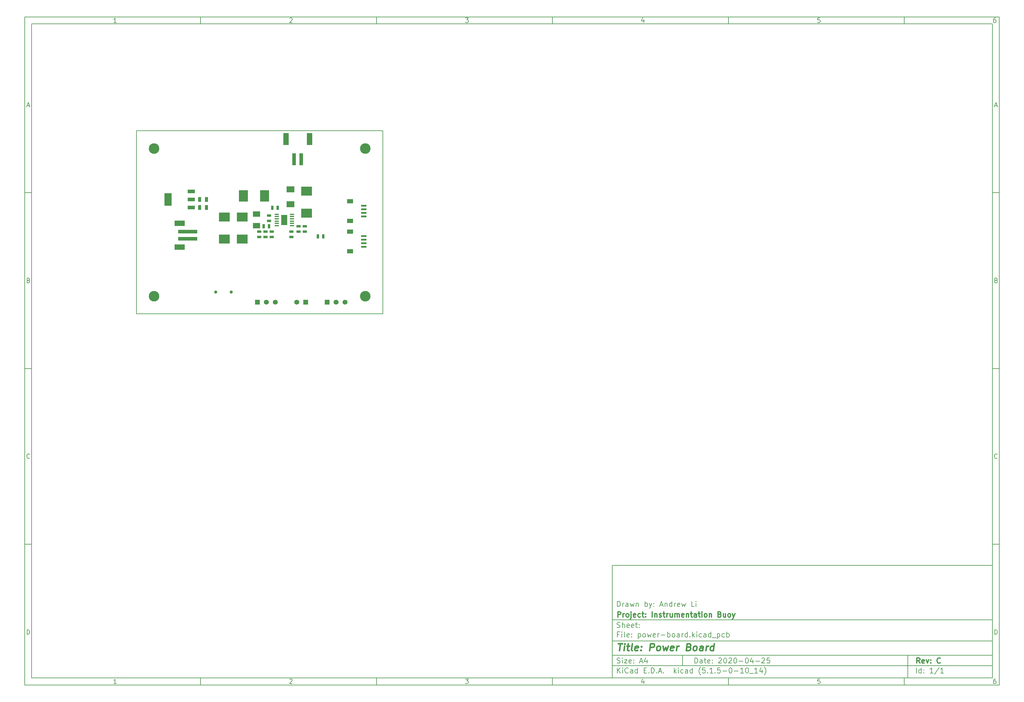
<source format=gbs>
G04 #@! TF.GenerationSoftware,KiCad,Pcbnew,(5.1.5-0-10_14)*
G04 #@! TF.CreationDate,2020-05-25T14:00:47+12:00*
G04 #@! TF.ProjectId,power-board,706f7765-722d-4626-9f61-72642e6b6963,C*
G04 #@! TF.SameCoordinates,Original*
G04 #@! TF.FileFunction,Soldermask,Bot*
G04 #@! TF.FilePolarity,Negative*
%FSLAX46Y46*%
G04 Gerber Fmt 4.6, Leading zero omitted, Abs format (unit mm)*
G04 Created by KiCad (PCBNEW (5.1.5-0-10_14)) date 2020-05-25 14:00:47*
%MOMM*%
%LPD*%
G04 APERTURE LIST*
%ADD10C,0.100000*%
%ADD11C,0.150000*%
%ADD12C,0.300000*%
%ADD13C,0.400000*%
%ADD14C,0.200000*%
%ADD15C,3.000000*%
%ADD16R,1.500000X3.400000*%
%ADD17R,1.000000X3.500000*%
%ADD18C,0.899160*%
%ADD19R,2.500000X3.250000*%
%ADD20C,1.397000*%
%ADD21R,1.397000X1.397000*%
%ADD22R,3.000000X1.600000*%
%ADD23R,5.500000X1.000000*%
%ADD24R,2.032000X1.016000*%
%ADD25R,2.032000X3.657600*%
%ADD26R,2.199640X1.800000*%
%ADD27R,1.651000X2.845000*%
%ADD28R,1.270000X0.381000*%
%ADD29R,1.800000X1.200000*%
%ADD30R,1.500000X0.600000*%
%ADD31R,2.032000X1.524000*%
%ADD32R,0.889000X1.397000*%
%ADD33R,1.143000X0.635000*%
%ADD34R,0.635000X1.143000*%
%ADD35R,3.100000X2.600000*%
G04 APERTURE END LIST*
D10*
D11*
X177002200Y-166007200D02*
X177002200Y-198007200D01*
X285002200Y-198007200D01*
X285002200Y-166007200D01*
X177002200Y-166007200D01*
D10*
D11*
X10000000Y-10000000D02*
X10000000Y-200007200D01*
X287002200Y-200007200D01*
X287002200Y-10000000D01*
X10000000Y-10000000D01*
D10*
D11*
X12000000Y-12000000D02*
X12000000Y-198007200D01*
X285002200Y-198007200D01*
X285002200Y-12000000D01*
X12000000Y-12000000D01*
D10*
D11*
X60000000Y-12000000D02*
X60000000Y-10000000D01*
D10*
D11*
X110000000Y-12000000D02*
X110000000Y-10000000D01*
D10*
D11*
X160000000Y-12000000D02*
X160000000Y-10000000D01*
D10*
D11*
X210000000Y-12000000D02*
X210000000Y-10000000D01*
D10*
D11*
X260000000Y-12000000D02*
X260000000Y-10000000D01*
D10*
D11*
X36065476Y-11588095D02*
X35322619Y-11588095D01*
X35694047Y-11588095D02*
X35694047Y-10288095D01*
X35570238Y-10473809D01*
X35446428Y-10597619D01*
X35322619Y-10659523D01*
D10*
D11*
X85322619Y-10411904D02*
X85384523Y-10350000D01*
X85508333Y-10288095D01*
X85817857Y-10288095D01*
X85941666Y-10350000D01*
X86003571Y-10411904D01*
X86065476Y-10535714D01*
X86065476Y-10659523D01*
X86003571Y-10845238D01*
X85260714Y-11588095D01*
X86065476Y-11588095D01*
D10*
D11*
X135260714Y-10288095D02*
X136065476Y-10288095D01*
X135632142Y-10783333D01*
X135817857Y-10783333D01*
X135941666Y-10845238D01*
X136003571Y-10907142D01*
X136065476Y-11030952D01*
X136065476Y-11340476D01*
X136003571Y-11464285D01*
X135941666Y-11526190D01*
X135817857Y-11588095D01*
X135446428Y-11588095D01*
X135322619Y-11526190D01*
X135260714Y-11464285D01*
D10*
D11*
X185941666Y-10721428D02*
X185941666Y-11588095D01*
X185632142Y-10226190D02*
X185322619Y-11154761D01*
X186127380Y-11154761D01*
D10*
D11*
X236003571Y-10288095D02*
X235384523Y-10288095D01*
X235322619Y-10907142D01*
X235384523Y-10845238D01*
X235508333Y-10783333D01*
X235817857Y-10783333D01*
X235941666Y-10845238D01*
X236003571Y-10907142D01*
X236065476Y-11030952D01*
X236065476Y-11340476D01*
X236003571Y-11464285D01*
X235941666Y-11526190D01*
X235817857Y-11588095D01*
X235508333Y-11588095D01*
X235384523Y-11526190D01*
X235322619Y-11464285D01*
D10*
D11*
X285941666Y-10288095D02*
X285694047Y-10288095D01*
X285570238Y-10350000D01*
X285508333Y-10411904D01*
X285384523Y-10597619D01*
X285322619Y-10845238D01*
X285322619Y-11340476D01*
X285384523Y-11464285D01*
X285446428Y-11526190D01*
X285570238Y-11588095D01*
X285817857Y-11588095D01*
X285941666Y-11526190D01*
X286003571Y-11464285D01*
X286065476Y-11340476D01*
X286065476Y-11030952D01*
X286003571Y-10907142D01*
X285941666Y-10845238D01*
X285817857Y-10783333D01*
X285570238Y-10783333D01*
X285446428Y-10845238D01*
X285384523Y-10907142D01*
X285322619Y-11030952D01*
D10*
D11*
X60000000Y-198007200D02*
X60000000Y-200007200D01*
D10*
D11*
X110000000Y-198007200D02*
X110000000Y-200007200D01*
D10*
D11*
X160000000Y-198007200D02*
X160000000Y-200007200D01*
D10*
D11*
X210000000Y-198007200D02*
X210000000Y-200007200D01*
D10*
D11*
X260000000Y-198007200D02*
X260000000Y-200007200D01*
D10*
D11*
X36065476Y-199595295D02*
X35322619Y-199595295D01*
X35694047Y-199595295D02*
X35694047Y-198295295D01*
X35570238Y-198481009D01*
X35446428Y-198604819D01*
X35322619Y-198666723D01*
D10*
D11*
X85322619Y-198419104D02*
X85384523Y-198357200D01*
X85508333Y-198295295D01*
X85817857Y-198295295D01*
X85941666Y-198357200D01*
X86003571Y-198419104D01*
X86065476Y-198542914D01*
X86065476Y-198666723D01*
X86003571Y-198852438D01*
X85260714Y-199595295D01*
X86065476Y-199595295D01*
D10*
D11*
X135260714Y-198295295D02*
X136065476Y-198295295D01*
X135632142Y-198790533D01*
X135817857Y-198790533D01*
X135941666Y-198852438D01*
X136003571Y-198914342D01*
X136065476Y-199038152D01*
X136065476Y-199347676D01*
X136003571Y-199471485D01*
X135941666Y-199533390D01*
X135817857Y-199595295D01*
X135446428Y-199595295D01*
X135322619Y-199533390D01*
X135260714Y-199471485D01*
D10*
D11*
X185941666Y-198728628D02*
X185941666Y-199595295D01*
X185632142Y-198233390D02*
X185322619Y-199161961D01*
X186127380Y-199161961D01*
D10*
D11*
X236003571Y-198295295D02*
X235384523Y-198295295D01*
X235322619Y-198914342D01*
X235384523Y-198852438D01*
X235508333Y-198790533D01*
X235817857Y-198790533D01*
X235941666Y-198852438D01*
X236003571Y-198914342D01*
X236065476Y-199038152D01*
X236065476Y-199347676D01*
X236003571Y-199471485D01*
X235941666Y-199533390D01*
X235817857Y-199595295D01*
X235508333Y-199595295D01*
X235384523Y-199533390D01*
X235322619Y-199471485D01*
D10*
D11*
X285941666Y-198295295D02*
X285694047Y-198295295D01*
X285570238Y-198357200D01*
X285508333Y-198419104D01*
X285384523Y-198604819D01*
X285322619Y-198852438D01*
X285322619Y-199347676D01*
X285384523Y-199471485D01*
X285446428Y-199533390D01*
X285570238Y-199595295D01*
X285817857Y-199595295D01*
X285941666Y-199533390D01*
X286003571Y-199471485D01*
X286065476Y-199347676D01*
X286065476Y-199038152D01*
X286003571Y-198914342D01*
X285941666Y-198852438D01*
X285817857Y-198790533D01*
X285570238Y-198790533D01*
X285446428Y-198852438D01*
X285384523Y-198914342D01*
X285322619Y-199038152D01*
D10*
D11*
X10000000Y-60000000D02*
X12000000Y-60000000D01*
D10*
D11*
X10000000Y-110000000D02*
X12000000Y-110000000D01*
D10*
D11*
X10000000Y-160000000D02*
X12000000Y-160000000D01*
D10*
D11*
X10690476Y-35216666D02*
X11309523Y-35216666D01*
X10566666Y-35588095D02*
X11000000Y-34288095D01*
X11433333Y-35588095D01*
D10*
D11*
X11092857Y-84907142D02*
X11278571Y-84969047D01*
X11340476Y-85030952D01*
X11402380Y-85154761D01*
X11402380Y-85340476D01*
X11340476Y-85464285D01*
X11278571Y-85526190D01*
X11154761Y-85588095D01*
X10659523Y-85588095D01*
X10659523Y-84288095D01*
X11092857Y-84288095D01*
X11216666Y-84350000D01*
X11278571Y-84411904D01*
X11340476Y-84535714D01*
X11340476Y-84659523D01*
X11278571Y-84783333D01*
X11216666Y-84845238D01*
X11092857Y-84907142D01*
X10659523Y-84907142D01*
D10*
D11*
X11402380Y-135464285D02*
X11340476Y-135526190D01*
X11154761Y-135588095D01*
X11030952Y-135588095D01*
X10845238Y-135526190D01*
X10721428Y-135402380D01*
X10659523Y-135278571D01*
X10597619Y-135030952D01*
X10597619Y-134845238D01*
X10659523Y-134597619D01*
X10721428Y-134473809D01*
X10845238Y-134350000D01*
X11030952Y-134288095D01*
X11154761Y-134288095D01*
X11340476Y-134350000D01*
X11402380Y-134411904D01*
D10*
D11*
X10659523Y-185588095D02*
X10659523Y-184288095D01*
X10969047Y-184288095D01*
X11154761Y-184350000D01*
X11278571Y-184473809D01*
X11340476Y-184597619D01*
X11402380Y-184845238D01*
X11402380Y-185030952D01*
X11340476Y-185278571D01*
X11278571Y-185402380D01*
X11154761Y-185526190D01*
X10969047Y-185588095D01*
X10659523Y-185588095D01*
D10*
D11*
X287002200Y-60000000D02*
X285002200Y-60000000D01*
D10*
D11*
X287002200Y-110000000D02*
X285002200Y-110000000D01*
D10*
D11*
X287002200Y-160000000D02*
X285002200Y-160000000D01*
D10*
D11*
X285692676Y-35216666D02*
X286311723Y-35216666D01*
X285568866Y-35588095D02*
X286002200Y-34288095D01*
X286435533Y-35588095D01*
D10*
D11*
X286095057Y-84907142D02*
X286280771Y-84969047D01*
X286342676Y-85030952D01*
X286404580Y-85154761D01*
X286404580Y-85340476D01*
X286342676Y-85464285D01*
X286280771Y-85526190D01*
X286156961Y-85588095D01*
X285661723Y-85588095D01*
X285661723Y-84288095D01*
X286095057Y-84288095D01*
X286218866Y-84350000D01*
X286280771Y-84411904D01*
X286342676Y-84535714D01*
X286342676Y-84659523D01*
X286280771Y-84783333D01*
X286218866Y-84845238D01*
X286095057Y-84907142D01*
X285661723Y-84907142D01*
D10*
D11*
X286404580Y-135464285D02*
X286342676Y-135526190D01*
X286156961Y-135588095D01*
X286033152Y-135588095D01*
X285847438Y-135526190D01*
X285723628Y-135402380D01*
X285661723Y-135278571D01*
X285599819Y-135030952D01*
X285599819Y-134845238D01*
X285661723Y-134597619D01*
X285723628Y-134473809D01*
X285847438Y-134350000D01*
X286033152Y-134288095D01*
X286156961Y-134288095D01*
X286342676Y-134350000D01*
X286404580Y-134411904D01*
D10*
D11*
X285661723Y-185588095D02*
X285661723Y-184288095D01*
X285971247Y-184288095D01*
X286156961Y-184350000D01*
X286280771Y-184473809D01*
X286342676Y-184597619D01*
X286404580Y-184845238D01*
X286404580Y-185030952D01*
X286342676Y-185278571D01*
X286280771Y-185402380D01*
X286156961Y-185526190D01*
X285971247Y-185588095D01*
X285661723Y-185588095D01*
D10*
D11*
X200434342Y-193785771D02*
X200434342Y-192285771D01*
X200791485Y-192285771D01*
X201005771Y-192357200D01*
X201148628Y-192500057D01*
X201220057Y-192642914D01*
X201291485Y-192928628D01*
X201291485Y-193142914D01*
X201220057Y-193428628D01*
X201148628Y-193571485D01*
X201005771Y-193714342D01*
X200791485Y-193785771D01*
X200434342Y-193785771D01*
X202577200Y-193785771D02*
X202577200Y-193000057D01*
X202505771Y-192857200D01*
X202362914Y-192785771D01*
X202077200Y-192785771D01*
X201934342Y-192857200D01*
X202577200Y-193714342D02*
X202434342Y-193785771D01*
X202077200Y-193785771D01*
X201934342Y-193714342D01*
X201862914Y-193571485D01*
X201862914Y-193428628D01*
X201934342Y-193285771D01*
X202077200Y-193214342D01*
X202434342Y-193214342D01*
X202577200Y-193142914D01*
X203077200Y-192785771D02*
X203648628Y-192785771D01*
X203291485Y-192285771D02*
X203291485Y-193571485D01*
X203362914Y-193714342D01*
X203505771Y-193785771D01*
X203648628Y-193785771D01*
X204720057Y-193714342D02*
X204577200Y-193785771D01*
X204291485Y-193785771D01*
X204148628Y-193714342D01*
X204077200Y-193571485D01*
X204077200Y-193000057D01*
X204148628Y-192857200D01*
X204291485Y-192785771D01*
X204577200Y-192785771D01*
X204720057Y-192857200D01*
X204791485Y-193000057D01*
X204791485Y-193142914D01*
X204077200Y-193285771D01*
X205434342Y-193642914D02*
X205505771Y-193714342D01*
X205434342Y-193785771D01*
X205362914Y-193714342D01*
X205434342Y-193642914D01*
X205434342Y-193785771D01*
X205434342Y-192857200D02*
X205505771Y-192928628D01*
X205434342Y-193000057D01*
X205362914Y-192928628D01*
X205434342Y-192857200D01*
X205434342Y-193000057D01*
X207220057Y-192428628D02*
X207291485Y-192357200D01*
X207434342Y-192285771D01*
X207791485Y-192285771D01*
X207934342Y-192357200D01*
X208005771Y-192428628D01*
X208077200Y-192571485D01*
X208077200Y-192714342D01*
X208005771Y-192928628D01*
X207148628Y-193785771D01*
X208077200Y-193785771D01*
X209005771Y-192285771D02*
X209148628Y-192285771D01*
X209291485Y-192357200D01*
X209362914Y-192428628D01*
X209434342Y-192571485D01*
X209505771Y-192857200D01*
X209505771Y-193214342D01*
X209434342Y-193500057D01*
X209362914Y-193642914D01*
X209291485Y-193714342D01*
X209148628Y-193785771D01*
X209005771Y-193785771D01*
X208862914Y-193714342D01*
X208791485Y-193642914D01*
X208720057Y-193500057D01*
X208648628Y-193214342D01*
X208648628Y-192857200D01*
X208720057Y-192571485D01*
X208791485Y-192428628D01*
X208862914Y-192357200D01*
X209005771Y-192285771D01*
X210077200Y-192428628D02*
X210148628Y-192357200D01*
X210291485Y-192285771D01*
X210648628Y-192285771D01*
X210791485Y-192357200D01*
X210862914Y-192428628D01*
X210934342Y-192571485D01*
X210934342Y-192714342D01*
X210862914Y-192928628D01*
X210005771Y-193785771D01*
X210934342Y-193785771D01*
X211862914Y-192285771D02*
X212005771Y-192285771D01*
X212148628Y-192357200D01*
X212220057Y-192428628D01*
X212291485Y-192571485D01*
X212362914Y-192857200D01*
X212362914Y-193214342D01*
X212291485Y-193500057D01*
X212220057Y-193642914D01*
X212148628Y-193714342D01*
X212005771Y-193785771D01*
X211862914Y-193785771D01*
X211720057Y-193714342D01*
X211648628Y-193642914D01*
X211577200Y-193500057D01*
X211505771Y-193214342D01*
X211505771Y-192857200D01*
X211577200Y-192571485D01*
X211648628Y-192428628D01*
X211720057Y-192357200D01*
X211862914Y-192285771D01*
X213005771Y-193214342D02*
X214148628Y-193214342D01*
X215148628Y-192285771D02*
X215291485Y-192285771D01*
X215434342Y-192357200D01*
X215505771Y-192428628D01*
X215577200Y-192571485D01*
X215648628Y-192857200D01*
X215648628Y-193214342D01*
X215577200Y-193500057D01*
X215505771Y-193642914D01*
X215434342Y-193714342D01*
X215291485Y-193785771D01*
X215148628Y-193785771D01*
X215005771Y-193714342D01*
X214934342Y-193642914D01*
X214862914Y-193500057D01*
X214791485Y-193214342D01*
X214791485Y-192857200D01*
X214862914Y-192571485D01*
X214934342Y-192428628D01*
X215005771Y-192357200D01*
X215148628Y-192285771D01*
X216934342Y-192785771D02*
X216934342Y-193785771D01*
X216577200Y-192214342D02*
X216220057Y-193285771D01*
X217148628Y-193285771D01*
X217720057Y-193214342D02*
X218862914Y-193214342D01*
X219505771Y-192428628D02*
X219577200Y-192357200D01*
X219720057Y-192285771D01*
X220077200Y-192285771D01*
X220220057Y-192357200D01*
X220291485Y-192428628D01*
X220362914Y-192571485D01*
X220362914Y-192714342D01*
X220291485Y-192928628D01*
X219434342Y-193785771D01*
X220362914Y-193785771D01*
X221720057Y-192285771D02*
X221005771Y-192285771D01*
X220934342Y-193000057D01*
X221005771Y-192928628D01*
X221148628Y-192857200D01*
X221505771Y-192857200D01*
X221648628Y-192928628D01*
X221720057Y-193000057D01*
X221791485Y-193142914D01*
X221791485Y-193500057D01*
X221720057Y-193642914D01*
X221648628Y-193714342D01*
X221505771Y-193785771D01*
X221148628Y-193785771D01*
X221005771Y-193714342D01*
X220934342Y-193642914D01*
D10*
D11*
X177002200Y-194507200D02*
X285002200Y-194507200D01*
D10*
D11*
X178434342Y-196585771D02*
X178434342Y-195085771D01*
X179291485Y-196585771D02*
X178648628Y-195728628D01*
X179291485Y-195085771D02*
X178434342Y-195942914D01*
X179934342Y-196585771D02*
X179934342Y-195585771D01*
X179934342Y-195085771D02*
X179862914Y-195157200D01*
X179934342Y-195228628D01*
X180005771Y-195157200D01*
X179934342Y-195085771D01*
X179934342Y-195228628D01*
X181505771Y-196442914D02*
X181434342Y-196514342D01*
X181220057Y-196585771D01*
X181077200Y-196585771D01*
X180862914Y-196514342D01*
X180720057Y-196371485D01*
X180648628Y-196228628D01*
X180577200Y-195942914D01*
X180577200Y-195728628D01*
X180648628Y-195442914D01*
X180720057Y-195300057D01*
X180862914Y-195157200D01*
X181077200Y-195085771D01*
X181220057Y-195085771D01*
X181434342Y-195157200D01*
X181505771Y-195228628D01*
X182791485Y-196585771D02*
X182791485Y-195800057D01*
X182720057Y-195657200D01*
X182577200Y-195585771D01*
X182291485Y-195585771D01*
X182148628Y-195657200D01*
X182791485Y-196514342D02*
X182648628Y-196585771D01*
X182291485Y-196585771D01*
X182148628Y-196514342D01*
X182077200Y-196371485D01*
X182077200Y-196228628D01*
X182148628Y-196085771D01*
X182291485Y-196014342D01*
X182648628Y-196014342D01*
X182791485Y-195942914D01*
X184148628Y-196585771D02*
X184148628Y-195085771D01*
X184148628Y-196514342D02*
X184005771Y-196585771D01*
X183720057Y-196585771D01*
X183577200Y-196514342D01*
X183505771Y-196442914D01*
X183434342Y-196300057D01*
X183434342Y-195871485D01*
X183505771Y-195728628D01*
X183577200Y-195657200D01*
X183720057Y-195585771D01*
X184005771Y-195585771D01*
X184148628Y-195657200D01*
X186005771Y-195800057D02*
X186505771Y-195800057D01*
X186720057Y-196585771D02*
X186005771Y-196585771D01*
X186005771Y-195085771D01*
X186720057Y-195085771D01*
X187362914Y-196442914D02*
X187434342Y-196514342D01*
X187362914Y-196585771D01*
X187291485Y-196514342D01*
X187362914Y-196442914D01*
X187362914Y-196585771D01*
X188077200Y-196585771D02*
X188077200Y-195085771D01*
X188434342Y-195085771D01*
X188648628Y-195157200D01*
X188791485Y-195300057D01*
X188862914Y-195442914D01*
X188934342Y-195728628D01*
X188934342Y-195942914D01*
X188862914Y-196228628D01*
X188791485Y-196371485D01*
X188648628Y-196514342D01*
X188434342Y-196585771D01*
X188077200Y-196585771D01*
X189577200Y-196442914D02*
X189648628Y-196514342D01*
X189577200Y-196585771D01*
X189505771Y-196514342D01*
X189577200Y-196442914D01*
X189577200Y-196585771D01*
X190220057Y-196157200D02*
X190934342Y-196157200D01*
X190077200Y-196585771D02*
X190577200Y-195085771D01*
X191077200Y-196585771D01*
X191577200Y-196442914D02*
X191648628Y-196514342D01*
X191577200Y-196585771D01*
X191505771Y-196514342D01*
X191577200Y-196442914D01*
X191577200Y-196585771D01*
X194577200Y-196585771D02*
X194577200Y-195085771D01*
X194720057Y-196014342D02*
X195148628Y-196585771D01*
X195148628Y-195585771D02*
X194577200Y-196157200D01*
X195791485Y-196585771D02*
X195791485Y-195585771D01*
X195791485Y-195085771D02*
X195720057Y-195157200D01*
X195791485Y-195228628D01*
X195862914Y-195157200D01*
X195791485Y-195085771D01*
X195791485Y-195228628D01*
X197148628Y-196514342D02*
X197005771Y-196585771D01*
X196720057Y-196585771D01*
X196577200Y-196514342D01*
X196505771Y-196442914D01*
X196434342Y-196300057D01*
X196434342Y-195871485D01*
X196505771Y-195728628D01*
X196577200Y-195657200D01*
X196720057Y-195585771D01*
X197005771Y-195585771D01*
X197148628Y-195657200D01*
X198434342Y-196585771D02*
X198434342Y-195800057D01*
X198362914Y-195657200D01*
X198220057Y-195585771D01*
X197934342Y-195585771D01*
X197791485Y-195657200D01*
X198434342Y-196514342D02*
X198291485Y-196585771D01*
X197934342Y-196585771D01*
X197791485Y-196514342D01*
X197720057Y-196371485D01*
X197720057Y-196228628D01*
X197791485Y-196085771D01*
X197934342Y-196014342D01*
X198291485Y-196014342D01*
X198434342Y-195942914D01*
X199791485Y-196585771D02*
X199791485Y-195085771D01*
X199791485Y-196514342D02*
X199648628Y-196585771D01*
X199362914Y-196585771D01*
X199220057Y-196514342D01*
X199148628Y-196442914D01*
X199077200Y-196300057D01*
X199077200Y-195871485D01*
X199148628Y-195728628D01*
X199220057Y-195657200D01*
X199362914Y-195585771D01*
X199648628Y-195585771D01*
X199791485Y-195657200D01*
X202077200Y-197157200D02*
X202005771Y-197085771D01*
X201862914Y-196871485D01*
X201791485Y-196728628D01*
X201720057Y-196514342D01*
X201648628Y-196157200D01*
X201648628Y-195871485D01*
X201720057Y-195514342D01*
X201791485Y-195300057D01*
X201862914Y-195157200D01*
X202005771Y-194942914D01*
X202077200Y-194871485D01*
X203362914Y-195085771D02*
X202648628Y-195085771D01*
X202577200Y-195800057D01*
X202648628Y-195728628D01*
X202791485Y-195657200D01*
X203148628Y-195657200D01*
X203291485Y-195728628D01*
X203362914Y-195800057D01*
X203434342Y-195942914D01*
X203434342Y-196300057D01*
X203362914Y-196442914D01*
X203291485Y-196514342D01*
X203148628Y-196585771D01*
X202791485Y-196585771D01*
X202648628Y-196514342D01*
X202577200Y-196442914D01*
X204077200Y-196442914D02*
X204148628Y-196514342D01*
X204077200Y-196585771D01*
X204005771Y-196514342D01*
X204077200Y-196442914D01*
X204077200Y-196585771D01*
X205577200Y-196585771D02*
X204720057Y-196585771D01*
X205148628Y-196585771D02*
X205148628Y-195085771D01*
X205005771Y-195300057D01*
X204862914Y-195442914D01*
X204720057Y-195514342D01*
X206220057Y-196442914D02*
X206291485Y-196514342D01*
X206220057Y-196585771D01*
X206148628Y-196514342D01*
X206220057Y-196442914D01*
X206220057Y-196585771D01*
X207648628Y-195085771D02*
X206934342Y-195085771D01*
X206862914Y-195800057D01*
X206934342Y-195728628D01*
X207077200Y-195657200D01*
X207434342Y-195657200D01*
X207577200Y-195728628D01*
X207648628Y-195800057D01*
X207720057Y-195942914D01*
X207720057Y-196300057D01*
X207648628Y-196442914D01*
X207577200Y-196514342D01*
X207434342Y-196585771D01*
X207077200Y-196585771D01*
X206934342Y-196514342D01*
X206862914Y-196442914D01*
X208362914Y-196014342D02*
X209505771Y-196014342D01*
X210505771Y-195085771D02*
X210648628Y-195085771D01*
X210791485Y-195157200D01*
X210862914Y-195228628D01*
X210934342Y-195371485D01*
X211005771Y-195657200D01*
X211005771Y-196014342D01*
X210934342Y-196300057D01*
X210862914Y-196442914D01*
X210791485Y-196514342D01*
X210648628Y-196585771D01*
X210505771Y-196585771D01*
X210362914Y-196514342D01*
X210291485Y-196442914D01*
X210220057Y-196300057D01*
X210148628Y-196014342D01*
X210148628Y-195657200D01*
X210220057Y-195371485D01*
X210291485Y-195228628D01*
X210362914Y-195157200D01*
X210505771Y-195085771D01*
X211648628Y-196014342D02*
X212791485Y-196014342D01*
X214291485Y-196585771D02*
X213434342Y-196585771D01*
X213862914Y-196585771D02*
X213862914Y-195085771D01*
X213720057Y-195300057D01*
X213577200Y-195442914D01*
X213434342Y-195514342D01*
X215220057Y-195085771D02*
X215362914Y-195085771D01*
X215505771Y-195157200D01*
X215577200Y-195228628D01*
X215648628Y-195371485D01*
X215720057Y-195657200D01*
X215720057Y-196014342D01*
X215648628Y-196300057D01*
X215577200Y-196442914D01*
X215505771Y-196514342D01*
X215362914Y-196585771D01*
X215220057Y-196585771D01*
X215077200Y-196514342D01*
X215005771Y-196442914D01*
X214934342Y-196300057D01*
X214862914Y-196014342D01*
X214862914Y-195657200D01*
X214934342Y-195371485D01*
X215005771Y-195228628D01*
X215077200Y-195157200D01*
X215220057Y-195085771D01*
X216005771Y-196728628D02*
X217148628Y-196728628D01*
X218291485Y-196585771D02*
X217434342Y-196585771D01*
X217862914Y-196585771D02*
X217862914Y-195085771D01*
X217720057Y-195300057D01*
X217577200Y-195442914D01*
X217434342Y-195514342D01*
X219577200Y-195585771D02*
X219577200Y-196585771D01*
X219220057Y-195014342D02*
X218862914Y-196085771D01*
X219791485Y-196085771D01*
X220220057Y-197157200D02*
X220291485Y-197085771D01*
X220434342Y-196871485D01*
X220505771Y-196728628D01*
X220577200Y-196514342D01*
X220648628Y-196157200D01*
X220648628Y-195871485D01*
X220577200Y-195514342D01*
X220505771Y-195300057D01*
X220434342Y-195157200D01*
X220291485Y-194942914D01*
X220220057Y-194871485D01*
D10*
D11*
X177002200Y-191507200D02*
X285002200Y-191507200D01*
D10*
D12*
X264411485Y-193785771D02*
X263911485Y-193071485D01*
X263554342Y-193785771D02*
X263554342Y-192285771D01*
X264125771Y-192285771D01*
X264268628Y-192357200D01*
X264340057Y-192428628D01*
X264411485Y-192571485D01*
X264411485Y-192785771D01*
X264340057Y-192928628D01*
X264268628Y-193000057D01*
X264125771Y-193071485D01*
X263554342Y-193071485D01*
X265625771Y-193714342D02*
X265482914Y-193785771D01*
X265197200Y-193785771D01*
X265054342Y-193714342D01*
X264982914Y-193571485D01*
X264982914Y-193000057D01*
X265054342Y-192857200D01*
X265197200Y-192785771D01*
X265482914Y-192785771D01*
X265625771Y-192857200D01*
X265697200Y-193000057D01*
X265697200Y-193142914D01*
X264982914Y-193285771D01*
X266197200Y-192785771D02*
X266554342Y-193785771D01*
X266911485Y-192785771D01*
X267482914Y-193642914D02*
X267554342Y-193714342D01*
X267482914Y-193785771D01*
X267411485Y-193714342D01*
X267482914Y-193642914D01*
X267482914Y-193785771D01*
X267482914Y-192857200D02*
X267554342Y-192928628D01*
X267482914Y-193000057D01*
X267411485Y-192928628D01*
X267482914Y-192857200D01*
X267482914Y-193000057D01*
X270197200Y-193642914D02*
X270125771Y-193714342D01*
X269911485Y-193785771D01*
X269768628Y-193785771D01*
X269554342Y-193714342D01*
X269411485Y-193571485D01*
X269340057Y-193428628D01*
X269268628Y-193142914D01*
X269268628Y-192928628D01*
X269340057Y-192642914D01*
X269411485Y-192500057D01*
X269554342Y-192357200D01*
X269768628Y-192285771D01*
X269911485Y-192285771D01*
X270125771Y-192357200D01*
X270197200Y-192428628D01*
D10*
D11*
X178362914Y-193714342D02*
X178577200Y-193785771D01*
X178934342Y-193785771D01*
X179077200Y-193714342D01*
X179148628Y-193642914D01*
X179220057Y-193500057D01*
X179220057Y-193357200D01*
X179148628Y-193214342D01*
X179077200Y-193142914D01*
X178934342Y-193071485D01*
X178648628Y-193000057D01*
X178505771Y-192928628D01*
X178434342Y-192857200D01*
X178362914Y-192714342D01*
X178362914Y-192571485D01*
X178434342Y-192428628D01*
X178505771Y-192357200D01*
X178648628Y-192285771D01*
X179005771Y-192285771D01*
X179220057Y-192357200D01*
X179862914Y-193785771D02*
X179862914Y-192785771D01*
X179862914Y-192285771D02*
X179791485Y-192357200D01*
X179862914Y-192428628D01*
X179934342Y-192357200D01*
X179862914Y-192285771D01*
X179862914Y-192428628D01*
X180434342Y-192785771D02*
X181220057Y-192785771D01*
X180434342Y-193785771D01*
X181220057Y-193785771D01*
X182362914Y-193714342D02*
X182220057Y-193785771D01*
X181934342Y-193785771D01*
X181791485Y-193714342D01*
X181720057Y-193571485D01*
X181720057Y-193000057D01*
X181791485Y-192857200D01*
X181934342Y-192785771D01*
X182220057Y-192785771D01*
X182362914Y-192857200D01*
X182434342Y-193000057D01*
X182434342Y-193142914D01*
X181720057Y-193285771D01*
X183077200Y-193642914D02*
X183148628Y-193714342D01*
X183077200Y-193785771D01*
X183005771Y-193714342D01*
X183077200Y-193642914D01*
X183077200Y-193785771D01*
X183077200Y-192857200D02*
X183148628Y-192928628D01*
X183077200Y-193000057D01*
X183005771Y-192928628D01*
X183077200Y-192857200D01*
X183077200Y-193000057D01*
X184862914Y-193357200D02*
X185577200Y-193357200D01*
X184720057Y-193785771D02*
X185220057Y-192285771D01*
X185720057Y-193785771D01*
X186862914Y-192785771D02*
X186862914Y-193785771D01*
X186505771Y-192214342D02*
X186148628Y-193285771D01*
X187077200Y-193285771D01*
D10*
D11*
X263434342Y-196585771D02*
X263434342Y-195085771D01*
X264791485Y-196585771D02*
X264791485Y-195085771D01*
X264791485Y-196514342D02*
X264648628Y-196585771D01*
X264362914Y-196585771D01*
X264220057Y-196514342D01*
X264148628Y-196442914D01*
X264077200Y-196300057D01*
X264077200Y-195871485D01*
X264148628Y-195728628D01*
X264220057Y-195657200D01*
X264362914Y-195585771D01*
X264648628Y-195585771D01*
X264791485Y-195657200D01*
X265505771Y-196442914D02*
X265577200Y-196514342D01*
X265505771Y-196585771D01*
X265434342Y-196514342D01*
X265505771Y-196442914D01*
X265505771Y-196585771D01*
X265505771Y-195657200D02*
X265577200Y-195728628D01*
X265505771Y-195800057D01*
X265434342Y-195728628D01*
X265505771Y-195657200D01*
X265505771Y-195800057D01*
X268148628Y-196585771D02*
X267291485Y-196585771D01*
X267720057Y-196585771D02*
X267720057Y-195085771D01*
X267577200Y-195300057D01*
X267434342Y-195442914D01*
X267291485Y-195514342D01*
X269862914Y-195014342D02*
X268577200Y-196942914D01*
X271148628Y-196585771D02*
X270291485Y-196585771D01*
X270720057Y-196585771D02*
X270720057Y-195085771D01*
X270577200Y-195300057D01*
X270434342Y-195442914D01*
X270291485Y-195514342D01*
D10*
D11*
X177002200Y-187507200D02*
X285002200Y-187507200D01*
D10*
D13*
X178714580Y-188211961D02*
X179857438Y-188211961D01*
X179036009Y-190211961D02*
X179286009Y-188211961D01*
X180274104Y-190211961D02*
X180440771Y-188878628D01*
X180524104Y-188211961D02*
X180416961Y-188307200D01*
X180500295Y-188402438D01*
X180607438Y-188307200D01*
X180524104Y-188211961D01*
X180500295Y-188402438D01*
X181107438Y-188878628D02*
X181869342Y-188878628D01*
X181476485Y-188211961D02*
X181262200Y-189926247D01*
X181333628Y-190116723D01*
X181512200Y-190211961D01*
X181702676Y-190211961D01*
X182655057Y-190211961D02*
X182476485Y-190116723D01*
X182405057Y-189926247D01*
X182619342Y-188211961D01*
X184190771Y-190116723D02*
X183988390Y-190211961D01*
X183607438Y-190211961D01*
X183428866Y-190116723D01*
X183357438Y-189926247D01*
X183452676Y-189164342D01*
X183571723Y-188973866D01*
X183774104Y-188878628D01*
X184155057Y-188878628D01*
X184333628Y-188973866D01*
X184405057Y-189164342D01*
X184381247Y-189354819D01*
X183405057Y-189545295D01*
X185155057Y-190021485D02*
X185238390Y-190116723D01*
X185131247Y-190211961D01*
X185047914Y-190116723D01*
X185155057Y-190021485D01*
X185131247Y-190211961D01*
X185286009Y-188973866D02*
X185369342Y-189069104D01*
X185262200Y-189164342D01*
X185178866Y-189069104D01*
X185286009Y-188973866D01*
X185262200Y-189164342D01*
X187607438Y-190211961D02*
X187857438Y-188211961D01*
X188619342Y-188211961D01*
X188797914Y-188307200D01*
X188881247Y-188402438D01*
X188952676Y-188592914D01*
X188916961Y-188878628D01*
X188797914Y-189069104D01*
X188690771Y-189164342D01*
X188488390Y-189259580D01*
X187726485Y-189259580D01*
X189893152Y-190211961D02*
X189714580Y-190116723D01*
X189631247Y-190021485D01*
X189559819Y-189831009D01*
X189631247Y-189259580D01*
X189750295Y-189069104D01*
X189857438Y-188973866D01*
X190059819Y-188878628D01*
X190345533Y-188878628D01*
X190524104Y-188973866D01*
X190607438Y-189069104D01*
X190678866Y-189259580D01*
X190607438Y-189831009D01*
X190488390Y-190021485D01*
X190381247Y-190116723D01*
X190178866Y-190211961D01*
X189893152Y-190211961D01*
X191393152Y-188878628D02*
X191607438Y-190211961D01*
X192107438Y-189259580D01*
X192369342Y-190211961D01*
X192916961Y-188878628D01*
X194286009Y-190116723D02*
X194083628Y-190211961D01*
X193702676Y-190211961D01*
X193524104Y-190116723D01*
X193452676Y-189926247D01*
X193547914Y-189164342D01*
X193666961Y-188973866D01*
X193869342Y-188878628D01*
X194250295Y-188878628D01*
X194428866Y-188973866D01*
X194500295Y-189164342D01*
X194476485Y-189354819D01*
X193500295Y-189545295D01*
X195226485Y-190211961D02*
X195393152Y-188878628D01*
X195345533Y-189259580D02*
X195464580Y-189069104D01*
X195571723Y-188973866D01*
X195774104Y-188878628D01*
X195964580Y-188878628D01*
X198786009Y-189164342D02*
X199059819Y-189259580D01*
X199143152Y-189354819D01*
X199214580Y-189545295D01*
X199178866Y-189831009D01*
X199059819Y-190021485D01*
X198952676Y-190116723D01*
X198750295Y-190211961D01*
X197988390Y-190211961D01*
X198238390Y-188211961D01*
X198905057Y-188211961D01*
X199083628Y-188307200D01*
X199166961Y-188402438D01*
X199238390Y-188592914D01*
X199214580Y-188783390D01*
X199095533Y-188973866D01*
X198988390Y-189069104D01*
X198786009Y-189164342D01*
X198119342Y-189164342D01*
X200274104Y-190211961D02*
X200095533Y-190116723D01*
X200012200Y-190021485D01*
X199940771Y-189831009D01*
X200012200Y-189259580D01*
X200131247Y-189069104D01*
X200238390Y-188973866D01*
X200440771Y-188878628D01*
X200726485Y-188878628D01*
X200905057Y-188973866D01*
X200988390Y-189069104D01*
X201059819Y-189259580D01*
X200988390Y-189831009D01*
X200869342Y-190021485D01*
X200762200Y-190116723D01*
X200559819Y-190211961D01*
X200274104Y-190211961D01*
X202655057Y-190211961D02*
X202786009Y-189164342D01*
X202714580Y-188973866D01*
X202536009Y-188878628D01*
X202155057Y-188878628D01*
X201952676Y-188973866D01*
X202666961Y-190116723D02*
X202464580Y-190211961D01*
X201988390Y-190211961D01*
X201809819Y-190116723D01*
X201738390Y-189926247D01*
X201762200Y-189735771D01*
X201881247Y-189545295D01*
X202083628Y-189450057D01*
X202559819Y-189450057D01*
X202762200Y-189354819D01*
X203607438Y-190211961D02*
X203774104Y-188878628D01*
X203726485Y-189259580D02*
X203845533Y-189069104D01*
X203952676Y-188973866D01*
X204155057Y-188878628D01*
X204345533Y-188878628D01*
X205702676Y-190211961D02*
X205952676Y-188211961D01*
X205714580Y-190116723D02*
X205512200Y-190211961D01*
X205131247Y-190211961D01*
X204952676Y-190116723D01*
X204869342Y-190021485D01*
X204797914Y-189831009D01*
X204869342Y-189259580D01*
X204988390Y-189069104D01*
X205095533Y-188973866D01*
X205297914Y-188878628D01*
X205678866Y-188878628D01*
X205857438Y-188973866D01*
D10*
D11*
X178934342Y-185600057D02*
X178434342Y-185600057D01*
X178434342Y-186385771D02*
X178434342Y-184885771D01*
X179148628Y-184885771D01*
X179720057Y-186385771D02*
X179720057Y-185385771D01*
X179720057Y-184885771D02*
X179648628Y-184957200D01*
X179720057Y-185028628D01*
X179791485Y-184957200D01*
X179720057Y-184885771D01*
X179720057Y-185028628D01*
X180648628Y-186385771D02*
X180505771Y-186314342D01*
X180434342Y-186171485D01*
X180434342Y-184885771D01*
X181791485Y-186314342D02*
X181648628Y-186385771D01*
X181362914Y-186385771D01*
X181220057Y-186314342D01*
X181148628Y-186171485D01*
X181148628Y-185600057D01*
X181220057Y-185457200D01*
X181362914Y-185385771D01*
X181648628Y-185385771D01*
X181791485Y-185457200D01*
X181862914Y-185600057D01*
X181862914Y-185742914D01*
X181148628Y-185885771D01*
X182505771Y-186242914D02*
X182577200Y-186314342D01*
X182505771Y-186385771D01*
X182434342Y-186314342D01*
X182505771Y-186242914D01*
X182505771Y-186385771D01*
X182505771Y-185457200D02*
X182577200Y-185528628D01*
X182505771Y-185600057D01*
X182434342Y-185528628D01*
X182505771Y-185457200D01*
X182505771Y-185600057D01*
X184362914Y-185385771D02*
X184362914Y-186885771D01*
X184362914Y-185457200D02*
X184505771Y-185385771D01*
X184791485Y-185385771D01*
X184934342Y-185457200D01*
X185005771Y-185528628D01*
X185077200Y-185671485D01*
X185077200Y-186100057D01*
X185005771Y-186242914D01*
X184934342Y-186314342D01*
X184791485Y-186385771D01*
X184505771Y-186385771D01*
X184362914Y-186314342D01*
X185934342Y-186385771D02*
X185791485Y-186314342D01*
X185720057Y-186242914D01*
X185648628Y-186100057D01*
X185648628Y-185671485D01*
X185720057Y-185528628D01*
X185791485Y-185457200D01*
X185934342Y-185385771D01*
X186148628Y-185385771D01*
X186291485Y-185457200D01*
X186362914Y-185528628D01*
X186434342Y-185671485D01*
X186434342Y-186100057D01*
X186362914Y-186242914D01*
X186291485Y-186314342D01*
X186148628Y-186385771D01*
X185934342Y-186385771D01*
X186934342Y-185385771D02*
X187220057Y-186385771D01*
X187505771Y-185671485D01*
X187791485Y-186385771D01*
X188077200Y-185385771D01*
X189220057Y-186314342D02*
X189077200Y-186385771D01*
X188791485Y-186385771D01*
X188648628Y-186314342D01*
X188577200Y-186171485D01*
X188577200Y-185600057D01*
X188648628Y-185457200D01*
X188791485Y-185385771D01*
X189077200Y-185385771D01*
X189220057Y-185457200D01*
X189291485Y-185600057D01*
X189291485Y-185742914D01*
X188577200Y-185885771D01*
X189934342Y-186385771D02*
X189934342Y-185385771D01*
X189934342Y-185671485D02*
X190005771Y-185528628D01*
X190077200Y-185457200D01*
X190220057Y-185385771D01*
X190362914Y-185385771D01*
X190862914Y-185814342D02*
X192005771Y-185814342D01*
X192720057Y-186385771D02*
X192720057Y-184885771D01*
X192720057Y-185457200D02*
X192862914Y-185385771D01*
X193148628Y-185385771D01*
X193291485Y-185457200D01*
X193362914Y-185528628D01*
X193434342Y-185671485D01*
X193434342Y-186100057D01*
X193362914Y-186242914D01*
X193291485Y-186314342D01*
X193148628Y-186385771D01*
X192862914Y-186385771D01*
X192720057Y-186314342D01*
X194291485Y-186385771D02*
X194148628Y-186314342D01*
X194077200Y-186242914D01*
X194005771Y-186100057D01*
X194005771Y-185671485D01*
X194077200Y-185528628D01*
X194148628Y-185457200D01*
X194291485Y-185385771D01*
X194505771Y-185385771D01*
X194648628Y-185457200D01*
X194720057Y-185528628D01*
X194791485Y-185671485D01*
X194791485Y-186100057D01*
X194720057Y-186242914D01*
X194648628Y-186314342D01*
X194505771Y-186385771D01*
X194291485Y-186385771D01*
X196077200Y-186385771D02*
X196077200Y-185600057D01*
X196005771Y-185457200D01*
X195862914Y-185385771D01*
X195577200Y-185385771D01*
X195434342Y-185457200D01*
X196077200Y-186314342D02*
X195934342Y-186385771D01*
X195577200Y-186385771D01*
X195434342Y-186314342D01*
X195362914Y-186171485D01*
X195362914Y-186028628D01*
X195434342Y-185885771D01*
X195577200Y-185814342D01*
X195934342Y-185814342D01*
X196077200Y-185742914D01*
X196791485Y-186385771D02*
X196791485Y-185385771D01*
X196791485Y-185671485D02*
X196862914Y-185528628D01*
X196934342Y-185457200D01*
X197077200Y-185385771D01*
X197220057Y-185385771D01*
X198362914Y-186385771D02*
X198362914Y-184885771D01*
X198362914Y-186314342D02*
X198220057Y-186385771D01*
X197934342Y-186385771D01*
X197791485Y-186314342D01*
X197720057Y-186242914D01*
X197648628Y-186100057D01*
X197648628Y-185671485D01*
X197720057Y-185528628D01*
X197791485Y-185457200D01*
X197934342Y-185385771D01*
X198220057Y-185385771D01*
X198362914Y-185457200D01*
X199077200Y-186242914D02*
X199148628Y-186314342D01*
X199077200Y-186385771D01*
X199005771Y-186314342D01*
X199077200Y-186242914D01*
X199077200Y-186385771D01*
X199791485Y-186385771D02*
X199791485Y-184885771D01*
X199934342Y-185814342D02*
X200362914Y-186385771D01*
X200362914Y-185385771D02*
X199791485Y-185957200D01*
X201005771Y-186385771D02*
X201005771Y-185385771D01*
X201005771Y-184885771D02*
X200934342Y-184957200D01*
X201005771Y-185028628D01*
X201077200Y-184957200D01*
X201005771Y-184885771D01*
X201005771Y-185028628D01*
X202362914Y-186314342D02*
X202220057Y-186385771D01*
X201934342Y-186385771D01*
X201791485Y-186314342D01*
X201720057Y-186242914D01*
X201648628Y-186100057D01*
X201648628Y-185671485D01*
X201720057Y-185528628D01*
X201791485Y-185457200D01*
X201934342Y-185385771D01*
X202220057Y-185385771D01*
X202362914Y-185457200D01*
X203648628Y-186385771D02*
X203648628Y-185600057D01*
X203577200Y-185457200D01*
X203434342Y-185385771D01*
X203148628Y-185385771D01*
X203005771Y-185457200D01*
X203648628Y-186314342D02*
X203505771Y-186385771D01*
X203148628Y-186385771D01*
X203005771Y-186314342D01*
X202934342Y-186171485D01*
X202934342Y-186028628D01*
X203005771Y-185885771D01*
X203148628Y-185814342D01*
X203505771Y-185814342D01*
X203648628Y-185742914D01*
X205005771Y-186385771D02*
X205005771Y-184885771D01*
X205005771Y-186314342D02*
X204862914Y-186385771D01*
X204577200Y-186385771D01*
X204434342Y-186314342D01*
X204362914Y-186242914D01*
X204291485Y-186100057D01*
X204291485Y-185671485D01*
X204362914Y-185528628D01*
X204434342Y-185457200D01*
X204577200Y-185385771D01*
X204862914Y-185385771D01*
X205005771Y-185457200D01*
X205362914Y-186528628D02*
X206505771Y-186528628D01*
X206862914Y-185385771D02*
X206862914Y-186885771D01*
X206862914Y-185457200D02*
X207005771Y-185385771D01*
X207291485Y-185385771D01*
X207434342Y-185457200D01*
X207505771Y-185528628D01*
X207577200Y-185671485D01*
X207577200Y-186100057D01*
X207505771Y-186242914D01*
X207434342Y-186314342D01*
X207291485Y-186385771D01*
X207005771Y-186385771D01*
X206862914Y-186314342D01*
X208862914Y-186314342D02*
X208720057Y-186385771D01*
X208434342Y-186385771D01*
X208291485Y-186314342D01*
X208220057Y-186242914D01*
X208148628Y-186100057D01*
X208148628Y-185671485D01*
X208220057Y-185528628D01*
X208291485Y-185457200D01*
X208434342Y-185385771D01*
X208720057Y-185385771D01*
X208862914Y-185457200D01*
X209505771Y-186385771D02*
X209505771Y-184885771D01*
X209505771Y-185457200D02*
X209648628Y-185385771D01*
X209934342Y-185385771D01*
X210077200Y-185457200D01*
X210148628Y-185528628D01*
X210220057Y-185671485D01*
X210220057Y-186100057D01*
X210148628Y-186242914D01*
X210077200Y-186314342D01*
X209934342Y-186385771D01*
X209648628Y-186385771D01*
X209505771Y-186314342D01*
D10*
D11*
X177002200Y-181507200D02*
X285002200Y-181507200D01*
D10*
D11*
X178362914Y-183614342D02*
X178577200Y-183685771D01*
X178934342Y-183685771D01*
X179077200Y-183614342D01*
X179148628Y-183542914D01*
X179220057Y-183400057D01*
X179220057Y-183257200D01*
X179148628Y-183114342D01*
X179077200Y-183042914D01*
X178934342Y-182971485D01*
X178648628Y-182900057D01*
X178505771Y-182828628D01*
X178434342Y-182757200D01*
X178362914Y-182614342D01*
X178362914Y-182471485D01*
X178434342Y-182328628D01*
X178505771Y-182257200D01*
X178648628Y-182185771D01*
X179005771Y-182185771D01*
X179220057Y-182257200D01*
X179862914Y-183685771D02*
X179862914Y-182185771D01*
X180505771Y-183685771D02*
X180505771Y-182900057D01*
X180434342Y-182757200D01*
X180291485Y-182685771D01*
X180077200Y-182685771D01*
X179934342Y-182757200D01*
X179862914Y-182828628D01*
X181791485Y-183614342D02*
X181648628Y-183685771D01*
X181362914Y-183685771D01*
X181220057Y-183614342D01*
X181148628Y-183471485D01*
X181148628Y-182900057D01*
X181220057Y-182757200D01*
X181362914Y-182685771D01*
X181648628Y-182685771D01*
X181791485Y-182757200D01*
X181862914Y-182900057D01*
X181862914Y-183042914D01*
X181148628Y-183185771D01*
X183077200Y-183614342D02*
X182934342Y-183685771D01*
X182648628Y-183685771D01*
X182505771Y-183614342D01*
X182434342Y-183471485D01*
X182434342Y-182900057D01*
X182505771Y-182757200D01*
X182648628Y-182685771D01*
X182934342Y-182685771D01*
X183077200Y-182757200D01*
X183148628Y-182900057D01*
X183148628Y-183042914D01*
X182434342Y-183185771D01*
X183577200Y-182685771D02*
X184148628Y-182685771D01*
X183791485Y-182185771D02*
X183791485Y-183471485D01*
X183862914Y-183614342D01*
X184005771Y-183685771D01*
X184148628Y-183685771D01*
X184648628Y-183542914D02*
X184720057Y-183614342D01*
X184648628Y-183685771D01*
X184577200Y-183614342D01*
X184648628Y-183542914D01*
X184648628Y-183685771D01*
X184648628Y-182757200D02*
X184720057Y-182828628D01*
X184648628Y-182900057D01*
X184577200Y-182828628D01*
X184648628Y-182757200D01*
X184648628Y-182900057D01*
D10*
D12*
X178554342Y-180685771D02*
X178554342Y-179185771D01*
X179125771Y-179185771D01*
X179268628Y-179257200D01*
X179340057Y-179328628D01*
X179411485Y-179471485D01*
X179411485Y-179685771D01*
X179340057Y-179828628D01*
X179268628Y-179900057D01*
X179125771Y-179971485D01*
X178554342Y-179971485D01*
X180054342Y-180685771D02*
X180054342Y-179685771D01*
X180054342Y-179971485D02*
X180125771Y-179828628D01*
X180197200Y-179757200D01*
X180340057Y-179685771D01*
X180482914Y-179685771D01*
X181197200Y-180685771D02*
X181054342Y-180614342D01*
X180982914Y-180542914D01*
X180911485Y-180400057D01*
X180911485Y-179971485D01*
X180982914Y-179828628D01*
X181054342Y-179757200D01*
X181197200Y-179685771D01*
X181411485Y-179685771D01*
X181554342Y-179757200D01*
X181625771Y-179828628D01*
X181697200Y-179971485D01*
X181697200Y-180400057D01*
X181625771Y-180542914D01*
X181554342Y-180614342D01*
X181411485Y-180685771D01*
X181197200Y-180685771D01*
X182340057Y-179685771D02*
X182340057Y-180971485D01*
X182268628Y-181114342D01*
X182125771Y-181185771D01*
X182054342Y-181185771D01*
X182340057Y-179185771D02*
X182268628Y-179257200D01*
X182340057Y-179328628D01*
X182411485Y-179257200D01*
X182340057Y-179185771D01*
X182340057Y-179328628D01*
X183625771Y-180614342D02*
X183482914Y-180685771D01*
X183197200Y-180685771D01*
X183054342Y-180614342D01*
X182982914Y-180471485D01*
X182982914Y-179900057D01*
X183054342Y-179757200D01*
X183197200Y-179685771D01*
X183482914Y-179685771D01*
X183625771Y-179757200D01*
X183697200Y-179900057D01*
X183697200Y-180042914D01*
X182982914Y-180185771D01*
X184982914Y-180614342D02*
X184840057Y-180685771D01*
X184554342Y-180685771D01*
X184411485Y-180614342D01*
X184340057Y-180542914D01*
X184268628Y-180400057D01*
X184268628Y-179971485D01*
X184340057Y-179828628D01*
X184411485Y-179757200D01*
X184554342Y-179685771D01*
X184840057Y-179685771D01*
X184982914Y-179757200D01*
X185411485Y-179685771D02*
X185982914Y-179685771D01*
X185625771Y-179185771D02*
X185625771Y-180471485D01*
X185697200Y-180614342D01*
X185840057Y-180685771D01*
X185982914Y-180685771D01*
X186482914Y-180542914D02*
X186554342Y-180614342D01*
X186482914Y-180685771D01*
X186411485Y-180614342D01*
X186482914Y-180542914D01*
X186482914Y-180685771D01*
X186482914Y-179757200D02*
X186554342Y-179828628D01*
X186482914Y-179900057D01*
X186411485Y-179828628D01*
X186482914Y-179757200D01*
X186482914Y-179900057D01*
X188340057Y-180685771D02*
X188340057Y-179185771D01*
X189054342Y-179685771D02*
X189054342Y-180685771D01*
X189054342Y-179828628D02*
X189125771Y-179757200D01*
X189268628Y-179685771D01*
X189482914Y-179685771D01*
X189625771Y-179757200D01*
X189697200Y-179900057D01*
X189697200Y-180685771D01*
X190340057Y-180614342D02*
X190482914Y-180685771D01*
X190768628Y-180685771D01*
X190911485Y-180614342D01*
X190982914Y-180471485D01*
X190982914Y-180400057D01*
X190911485Y-180257200D01*
X190768628Y-180185771D01*
X190554342Y-180185771D01*
X190411485Y-180114342D01*
X190340057Y-179971485D01*
X190340057Y-179900057D01*
X190411485Y-179757200D01*
X190554342Y-179685771D01*
X190768628Y-179685771D01*
X190911485Y-179757200D01*
X191411485Y-179685771D02*
X191982914Y-179685771D01*
X191625771Y-179185771D02*
X191625771Y-180471485D01*
X191697200Y-180614342D01*
X191840057Y-180685771D01*
X191982914Y-180685771D01*
X192482914Y-180685771D02*
X192482914Y-179685771D01*
X192482914Y-179971485D02*
X192554342Y-179828628D01*
X192625771Y-179757200D01*
X192768628Y-179685771D01*
X192911485Y-179685771D01*
X194054342Y-179685771D02*
X194054342Y-180685771D01*
X193411485Y-179685771D02*
X193411485Y-180471485D01*
X193482914Y-180614342D01*
X193625771Y-180685771D01*
X193840057Y-180685771D01*
X193982914Y-180614342D01*
X194054342Y-180542914D01*
X194768628Y-180685771D02*
X194768628Y-179685771D01*
X194768628Y-179828628D02*
X194840057Y-179757200D01*
X194982914Y-179685771D01*
X195197200Y-179685771D01*
X195340057Y-179757200D01*
X195411485Y-179900057D01*
X195411485Y-180685771D01*
X195411485Y-179900057D02*
X195482914Y-179757200D01*
X195625771Y-179685771D01*
X195840057Y-179685771D01*
X195982914Y-179757200D01*
X196054342Y-179900057D01*
X196054342Y-180685771D01*
X197340057Y-180614342D02*
X197197200Y-180685771D01*
X196911485Y-180685771D01*
X196768628Y-180614342D01*
X196697200Y-180471485D01*
X196697200Y-179900057D01*
X196768628Y-179757200D01*
X196911485Y-179685771D01*
X197197200Y-179685771D01*
X197340057Y-179757200D01*
X197411485Y-179900057D01*
X197411485Y-180042914D01*
X196697200Y-180185771D01*
X198054342Y-179685771D02*
X198054342Y-180685771D01*
X198054342Y-179828628D02*
X198125771Y-179757200D01*
X198268628Y-179685771D01*
X198482914Y-179685771D01*
X198625771Y-179757200D01*
X198697200Y-179900057D01*
X198697200Y-180685771D01*
X199197200Y-179685771D02*
X199768628Y-179685771D01*
X199411485Y-179185771D02*
X199411485Y-180471485D01*
X199482914Y-180614342D01*
X199625771Y-180685771D01*
X199768628Y-180685771D01*
X200911485Y-180685771D02*
X200911485Y-179900057D01*
X200840057Y-179757200D01*
X200697200Y-179685771D01*
X200411485Y-179685771D01*
X200268628Y-179757200D01*
X200911485Y-180614342D02*
X200768628Y-180685771D01*
X200411485Y-180685771D01*
X200268628Y-180614342D01*
X200197200Y-180471485D01*
X200197200Y-180328628D01*
X200268628Y-180185771D01*
X200411485Y-180114342D01*
X200768628Y-180114342D01*
X200911485Y-180042914D01*
X201411485Y-179685771D02*
X201982914Y-179685771D01*
X201625771Y-179185771D02*
X201625771Y-180471485D01*
X201697200Y-180614342D01*
X201840057Y-180685771D01*
X201982914Y-180685771D01*
X202482914Y-180685771D02*
X202482914Y-179685771D01*
X202482914Y-179185771D02*
X202411485Y-179257200D01*
X202482914Y-179328628D01*
X202554342Y-179257200D01*
X202482914Y-179185771D01*
X202482914Y-179328628D01*
X203411485Y-180685771D02*
X203268628Y-180614342D01*
X203197200Y-180542914D01*
X203125771Y-180400057D01*
X203125771Y-179971485D01*
X203197200Y-179828628D01*
X203268628Y-179757200D01*
X203411485Y-179685771D01*
X203625771Y-179685771D01*
X203768628Y-179757200D01*
X203840057Y-179828628D01*
X203911485Y-179971485D01*
X203911485Y-180400057D01*
X203840057Y-180542914D01*
X203768628Y-180614342D01*
X203625771Y-180685771D01*
X203411485Y-180685771D01*
X204554342Y-179685771D02*
X204554342Y-180685771D01*
X204554342Y-179828628D02*
X204625771Y-179757200D01*
X204768628Y-179685771D01*
X204982914Y-179685771D01*
X205125771Y-179757200D01*
X205197200Y-179900057D01*
X205197200Y-180685771D01*
X207554342Y-179900057D02*
X207768628Y-179971485D01*
X207840057Y-180042914D01*
X207911485Y-180185771D01*
X207911485Y-180400057D01*
X207840057Y-180542914D01*
X207768628Y-180614342D01*
X207625771Y-180685771D01*
X207054342Y-180685771D01*
X207054342Y-179185771D01*
X207554342Y-179185771D01*
X207697200Y-179257200D01*
X207768628Y-179328628D01*
X207840057Y-179471485D01*
X207840057Y-179614342D01*
X207768628Y-179757200D01*
X207697200Y-179828628D01*
X207554342Y-179900057D01*
X207054342Y-179900057D01*
X209197200Y-179685771D02*
X209197200Y-180685771D01*
X208554342Y-179685771D02*
X208554342Y-180471485D01*
X208625771Y-180614342D01*
X208768628Y-180685771D01*
X208982914Y-180685771D01*
X209125771Y-180614342D01*
X209197200Y-180542914D01*
X210125771Y-180685771D02*
X209982914Y-180614342D01*
X209911485Y-180542914D01*
X209840057Y-180400057D01*
X209840057Y-179971485D01*
X209911485Y-179828628D01*
X209982914Y-179757200D01*
X210125771Y-179685771D01*
X210340057Y-179685771D01*
X210482914Y-179757200D01*
X210554342Y-179828628D01*
X210625771Y-179971485D01*
X210625771Y-180400057D01*
X210554342Y-180542914D01*
X210482914Y-180614342D01*
X210340057Y-180685771D01*
X210125771Y-180685771D01*
X211125771Y-179685771D02*
X211482914Y-180685771D01*
X211840057Y-179685771D02*
X211482914Y-180685771D01*
X211340057Y-181042914D01*
X211268628Y-181114342D01*
X211125771Y-181185771D01*
D10*
D11*
X178434342Y-177685771D02*
X178434342Y-176185771D01*
X178791485Y-176185771D01*
X179005771Y-176257200D01*
X179148628Y-176400057D01*
X179220057Y-176542914D01*
X179291485Y-176828628D01*
X179291485Y-177042914D01*
X179220057Y-177328628D01*
X179148628Y-177471485D01*
X179005771Y-177614342D01*
X178791485Y-177685771D01*
X178434342Y-177685771D01*
X179934342Y-177685771D02*
X179934342Y-176685771D01*
X179934342Y-176971485D02*
X180005771Y-176828628D01*
X180077200Y-176757200D01*
X180220057Y-176685771D01*
X180362914Y-176685771D01*
X181505771Y-177685771D02*
X181505771Y-176900057D01*
X181434342Y-176757200D01*
X181291485Y-176685771D01*
X181005771Y-176685771D01*
X180862914Y-176757200D01*
X181505771Y-177614342D02*
X181362914Y-177685771D01*
X181005771Y-177685771D01*
X180862914Y-177614342D01*
X180791485Y-177471485D01*
X180791485Y-177328628D01*
X180862914Y-177185771D01*
X181005771Y-177114342D01*
X181362914Y-177114342D01*
X181505771Y-177042914D01*
X182077200Y-176685771D02*
X182362914Y-177685771D01*
X182648628Y-176971485D01*
X182934342Y-177685771D01*
X183220057Y-176685771D01*
X183791485Y-176685771D02*
X183791485Y-177685771D01*
X183791485Y-176828628D02*
X183862914Y-176757200D01*
X184005771Y-176685771D01*
X184220057Y-176685771D01*
X184362914Y-176757200D01*
X184434342Y-176900057D01*
X184434342Y-177685771D01*
X186291485Y-177685771D02*
X186291485Y-176185771D01*
X186291485Y-176757200D02*
X186434342Y-176685771D01*
X186720057Y-176685771D01*
X186862914Y-176757200D01*
X186934342Y-176828628D01*
X187005771Y-176971485D01*
X187005771Y-177400057D01*
X186934342Y-177542914D01*
X186862914Y-177614342D01*
X186720057Y-177685771D01*
X186434342Y-177685771D01*
X186291485Y-177614342D01*
X187505771Y-176685771D02*
X187862914Y-177685771D01*
X188220057Y-176685771D02*
X187862914Y-177685771D01*
X187720057Y-178042914D01*
X187648628Y-178114342D01*
X187505771Y-178185771D01*
X188791485Y-177542914D02*
X188862914Y-177614342D01*
X188791485Y-177685771D01*
X188720057Y-177614342D01*
X188791485Y-177542914D01*
X188791485Y-177685771D01*
X188791485Y-176757200D02*
X188862914Y-176828628D01*
X188791485Y-176900057D01*
X188720057Y-176828628D01*
X188791485Y-176757200D01*
X188791485Y-176900057D01*
X190577200Y-177257200D02*
X191291485Y-177257200D01*
X190434342Y-177685771D02*
X190934342Y-176185771D01*
X191434342Y-177685771D01*
X191934342Y-176685771D02*
X191934342Y-177685771D01*
X191934342Y-176828628D02*
X192005771Y-176757200D01*
X192148628Y-176685771D01*
X192362914Y-176685771D01*
X192505771Y-176757200D01*
X192577200Y-176900057D01*
X192577200Y-177685771D01*
X193934342Y-177685771D02*
X193934342Y-176185771D01*
X193934342Y-177614342D02*
X193791485Y-177685771D01*
X193505771Y-177685771D01*
X193362914Y-177614342D01*
X193291485Y-177542914D01*
X193220057Y-177400057D01*
X193220057Y-176971485D01*
X193291485Y-176828628D01*
X193362914Y-176757200D01*
X193505771Y-176685771D01*
X193791485Y-176685771D01*
X193934342Y-176757200D01*
X194648628Y-177685771D02*
X194648628Y-176685771D01*
X194648628Y-176971485D02*
X194720057Y-176828628D01*
X194791485Y-176757200D01*
X194934342Y-176685771D01*
X195077200Y-176685771D01*
X196148628Y-177614342D02*
X196005771Y-177685771D01*
X195720057Y-177685771D01*
X195577200Y-177614342D01*
X195505771Y-177471485D01*
X195505771Y-176900057D01*
X195577200Y-176757200D01*
X195720057Y-176685771D01*
X196005771Y-176685771D01*
X196148628Y-176757200D01*
X196220057Y-176900057D01*
X196220057Y-177042914D01*
X195505771Y-177185771D01*
X196720057Y-176685771D02*
X197005771Y-177685771D01*
X197291485Y-176971485D01*
X197577200Y-177685771D01*
X197862914Y-176685771D01*
X200291485Y-177685771D02*
X199577200Y-177685771D01*
X199577200Y-176185771D01*
X200791485Y-177685771D02*
X200791485Y-176685771D01*
X200791485Y-176185771D02*
X200720057Y-176257200D01*
X200791485Y-176328628D01*
X200862914Y-176257200D01*
X200791485Y-176185771D01*
X200791485Y-176328628D01*
D10*
D11*
X197002200Y-191507200D02*
X197002200Y-194507200D01*
D10*
D11*
X261002200Y-191507200D02*
X261002200Y-198007200D01*
D14*
X111800000Y-94400000D02*
X111800000Y-42400000D01*
X41800000Y-42400000D02*
X41800000Y-94400000D01*
X111800000Y-42400000D02*
X41800000Y-42400000D01*
X41800000Y-94400000D02*
X111800000Y-94400000D01*
D15*
X106800000Y-47400000D03*
D16*
X84250000Y-44740000D03*
X90950000Y-44740000D03*
D17*
X88600000Y-50490000D03*
X86600000Y-50490000D03*
D18*
X68723640Y-88243100D03*
X64324360Y-88243100D03*
D19*
X78160000Y-60900000D03*
X72160000Y-60900000D03*
D20*
X81256000Y-91126000D03*
X78716000Y-91126000D03*
D21*
X76176000Y-91126000D03*
D20*
X101068000Y-91126000D03*
X98528000Y-91126000D03*
D21*
X95988000Y-91126000D03*
D22*
X54070000Y-75476000D03*
X54070000Y-68676000D03*
D23*
X56320000Y-71076000D03*
X56320000Y-73076000D03*
D24*
X57380000Y-59630000D03*
X57380000Y-64202000D03*
X57380000Y-61916000D03*
D25*
X50776000Y-61916000D03*
D20*
X87352000Y-91126000D03*
D21*
X89892000Y-91126000D03*
D26*
X85574000Y-63254000D03*
X85574000Y-59054000D03*
D27*
X83796000Y-67758000D03*
D28*
X81637000Y-66782640D03*
X81637000Y-67432880D03*
X81637000Y-68083120D03*
X81637000Y-68733360D03*
X85955000Y-68733360D03*
X85955000Y-68083120D03*
X85955000Y-67432880D03*
X85955000Y-66782640D03*
X81637000Y-69383360D03*
X81637000Y-66132640D03*
X85955000Y-66132640D03*
X85955000Y-69383360D03*
D29*
X102502000Y-68018000D03*
X102502000Y-62418000D03*
D30*
X106402000Y-63718000D03*
X106402000Y-66718000D03*
X106402000Y-65718000D03*
X106402000Y-64718000D03*
D29*
X102502000Y-76654000D03*
X102502000Y-71054000D03*
D30*
X106402000Y-72354000D03*
X106402000Y-75354000D03*
X106402000Y-74354000D03*
X106402000Y-73354000D03*
D15*
X46800000Y-47400000D03*
X46800000Y-89400000D03*
X106800000Y-89400000D03*
D31*
X75922000Y-69409000D03*
X75922000Y-66107000D03*
D32*
X61634500Y-61916000D03*
X59729500Y-61916000D03*
X61634500Y-64202000D03*
X59729500Y-64202000D03*
D33*
X85828000Y-71060000D03*
X85828000Y-72584000D03*
X89638000Y-71060000D03*
X89638000Y-69536000D03*
X87860000Y-71060000D03*
X87860000Y-69536000D03*
X80240000Y-71060000D03*
X80240000Y-72584000D03*
X76684000Y-71060000D03*
X76684000Y-72584000D03*
D34*
X79478000Y-69536000D03*
X77954000Y-69536000D03*
D33*
X78462000Y-71060000D03*
X78462000Y-72584000D03*
D35*
X71858000Y-66894000D03*
X71858000Y-73194000D03*
X66778000Y-66894000D03*
X66778000Y-73194000D03*
X90146000Y-65828000D03*
X90146000Y-59528000D03*
D34*
X94886000Y-72388000D03*
X93362000Y-72388000D03*
X80408000Y-64260000D03*
X81932000Y-64260000D03*
D33*
X79478000Y-66488000D03*
X79478000Y-68012000D03*
M02*

</source>
